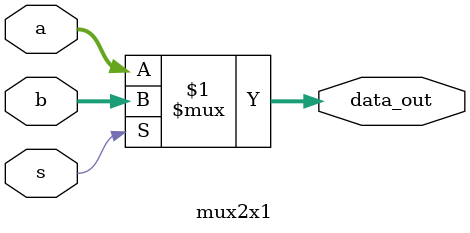
<source format=v>

module mux2x1
(
    input [63:0] a,b,
    input s ,
    output[63:0] data_out
);
assign data_out = s ? b : a;
endmodule
</source>
